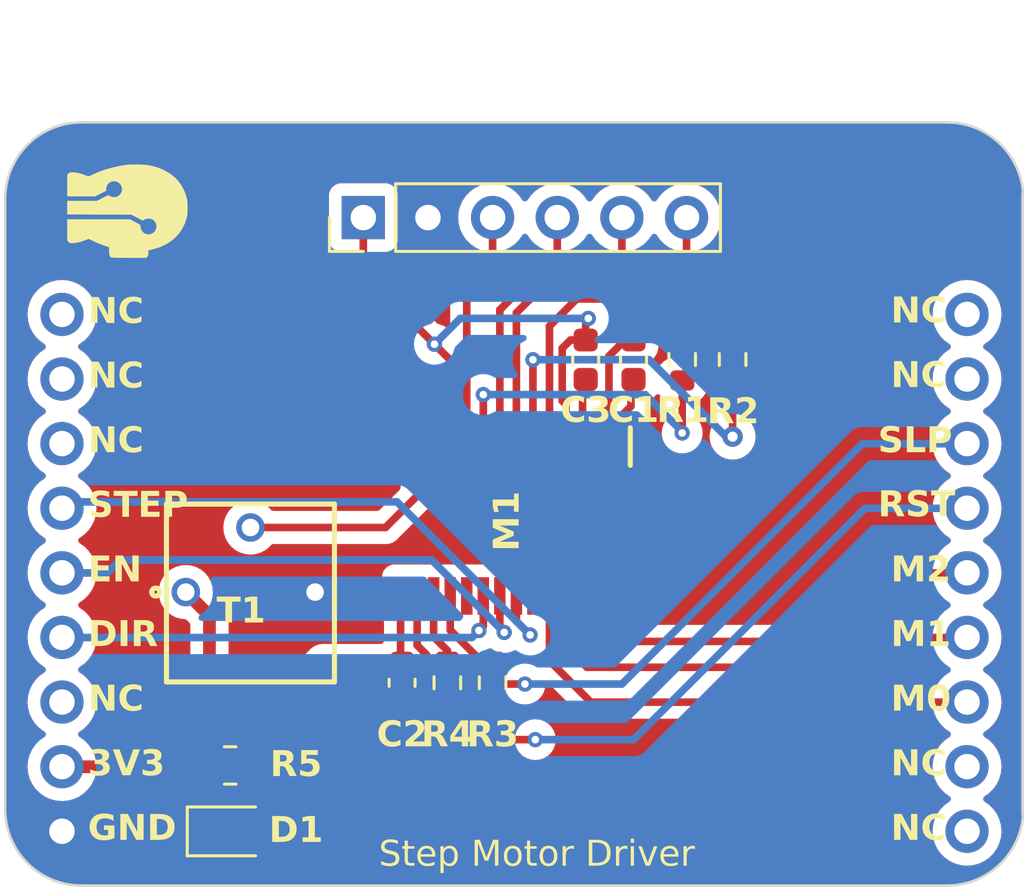
<source format=kicad_pcb>
(kicad_pcb (version 20240108) (generator "pcbnew") (generator_version "8.0")
  (layers (0 "F.Cu" signal) (31 "B.Cu" signal) (34 "B.Paste" user) (35 "F.Paste" user) (36 "B.SilkS" user "B.Silkscreen") (37 "F.SilkS" user "F.Silkscreen") (38 "B.Mask" user) (39 "F.Mask" user) (44 "Edge.Cuts" user))
  (net 0 "")
  (net 1 "Net-(M1-CP2)")
  (net 2 "Net-(M1-CP1)")
  (net 3 "+3V3")
  (net 4 "GND")
  (net 5 "Net-(M1-VCP)")
  (net 6 "VMM")
  (net 7 "Net-(D1-A)")
  (net 8 "B2")
  (net 9 "B1")
  (net 10 "A1")
  (net 11 "A2")
  (net 12 "ISA")
  (net 13 "ISB")
  (net 14 "Net-(M1-AVREF)")
  (net 15 "RST")
  (net 16 "SLP")
  (net 17 "Net-(M1-NFAULT)")
  (net 19 "DIR")
  (net 20 "EN")
  (net 21 "STEP")
  (net 23 "M0")
  (net 24 "M1")
  (net 25 "M2")
  (net 27 "FLT")
  (footprint "Capacitor_SMD:C_0603_1608Metric" (layer "F.Cu") (at 124.0536 86.5124 -90)
    (property "Reference" "C2" (at 2.0828 0 180) (layer "F.SilkS") (effects (font (thickness 0.15) (bold yes))))
    (property "Value" "C")
    (fp_line (start -0.14058 0.51) (end 0.14058 0.51) (stroke (width 0.12)) (layer "F.SilkS"))
    (fp_line (start -0.14058 -0.51) (end 0.14058 -0.51) (stroke (width 0.12)) (layer "F.SilkS"))
    (pad "1" smd roundrect (at -0.775 0 270) (size 0.9 0.95) (layers "F.Cu" "F.Paste" "F.Mask") (net 3 "+3V3"))
    (pad "2" smd roundrect (at 0.775 0 270) (size 0.9 0.95) (layers "F.Cu" "F.Paste" "F.Mask") (net 4 "GND"))
  )
  (footprint "DRV8825:SOP65P640X120-29N" (layer "F.Cu") (at 128.2192 80.1624 -90)
    (property "Reference" "M1" (at 0 0 90) (layer "F.SilkS") (effects (font (thickness 0.254) (bold yes))))
    (property "Value" "DRV8825PWP" (hide yes))
    (fp_line (start -3.675 -4.8) (end -2.2 -4.8) (stroke (width 0.2)) (layer "F.SilkS"))
    (pad "1" smd rect (at -2.938 -4.225) (size 0.45 1.475) (layers "F.Cu" "F.Paste" "F.Mask") (net 2 "Net-(M1-CP1)"))
    (pad "2" smd rect (at -2.938 -3.575) (size 0.45 1.475) (layers "F.Cu" "F.Paste" "F.Mask") (net 1 "Net-(M1-CP2)"))
    (pad "3" smd rect (at -2.938 -2.925) (size 0.45 1.475) (layers "F.Cu" "F.Paste" "F.Mask") (net 5 "Net-(M1-VCP)"))
    (pad "4" smd rect (at -2.938 -2.275) (size 0.45 1.475) (layers "F.Cu" "F.Paste" "F.Mask") (net 6 "VMM"))
    (pad "5" smd rect (at -2.938 -1.625) (size 0.45 1.475) (layers "F.Cu" "F.Paste" "F.Mask") (net 10 "A1"))
    (pad "6" smd rect (at -2.938 -0.975) (size 0.45 1.475) (layers "F.Cu" "F.Paste" "F.Mask") (net 12 "ISA"))
    (pad "7" smd rect (at -2.938 -0.325) (size 0.45 1.475) (layers "F.Cu" "F.Paste" "F.Mask") (net 11 "A2"))
    (pad "8" smd rect (at -2.938 0.325) (size 0.45 1.475) (layers "F.Cu" "F.Paste" "F.Mask") (net 8 "B2"))
    (pad "9" smd rect (at -2.938 0.975) (size 0.45 1.475) (layers "F.Cu" "F.Paste" "F.Mask") (net 13 "ISB"))
    (pad "10" smd rect (at -2.938 1.625) (size 0.45 1.475) (layers "F.Cu" "F.Paste" "F.Mask") (net 9 "B1"))
    (pad "11" smd rect (at -2.938 2.275) (size 0.45 1.475) (layers "F.Cu" "F.Paste" "F.Mask") (net 6 "VMM"))
    (pad "12" smd rect (at -2.938 2.925) (size 0.45 1.475) (layers "F.Cu" "F.Paste" "F.Mask") (net 14 "Net-(M1-AVREF)"))
    (pad "13" smd rect (at -2.938 3.575) (size 0.45 1.475) (layers "F.Cu" "F.Paste" "F.Mask") (net 14 "Net-(M1-AVREF)"))
    (pad "14" smd rect (at -2.938 4.225) (size 0.45 1.475) (layers "F.Cu" "F.Paste" "F.Mask") (net 4 "GND"))
    (pad "15" smd rect (at 2.938 4.225) (size 0.45 1.475) (layers "F.Cu" "F.Paste" "F.Mask") (net 3 "+3V3"))
    (pad "16" smd rect (at 2.938 3.575) (size 0.45 1.475) (layers "F.Cu" "F.Paste" "F.Mask") (net 15 "RST"))
    (pad "17" smd rect (at 2.938 2.925) (size 0.45 1.475) (layers "F.Cu" "F.Paste" "F.Mask") (net 16 "SLP"))
    (pad "18" smd rect (at 2.938 2.275) (size 0.45 1.475) (layers "F.Cu" "F.Paste" "F.Mask") (net 17 "Net-(M1-NFAULT)"))
    (pad "19" smd rect (at 2.938 1.625) (size 0.45 1.475) (layers "F.Cu" "F.Paste" "F.Mask"))
    (pad "20" smd rect (at 2.938 0.975) (size 0.45 1.475) (layers "F.Cu" "F.Paste" "F.Mask") (net 19 "DIR"))
    (pad "21" smd rect (at 2.938 0.325) (size 0.45 1.475) (layers "F.Cu" "F.Paste" "F.Mask") (net 20 "EN"))
    (pad "22" smd rect (at 2.938 -0.325) (size 0.45 1.475) (layers "F.Cu" "F.Paste" "F.Mask") (net 21 "STEP"))
    (pad "23" smd rect (at 2.938 -0.975) (size 0.45 1.475) (layers "F.Cu" "F.Paste" "F.Mask"))
    (pad "24" smd rect (at 2.938 -1.625) (size 0.45 1.475) (layers "F.Cu" "F.Paste" "F.Mask") (net 23 "M0"))
    (pad "25" smd rect (at 2.938 -2.275) (size 0.45 1.475) (layers "F.Cu" "F.Paste" "F.Mask") (net 24 "M1"))
    (pad "26" smd rect (at 2.938 -2.925) (size 0.45 1.475) (layers "F.Cu" "F.Paste" "F.Mask") (net 25 "M2"))
    (pad "27" smd rect (at 2.938 -3.575) (size 0.45 1.475) (layers "F.Cu" "F.Paste" "F.Mask"))
    (pad "28" smd rect (at 2.938 -4.225) (size 0.45 1.475) (layers "F.Cu" "F.Paste" "F.Mask") (net 4 "GND"))
    (pad "29" smd rect (at 0 0 270) (size 3.1 5.18) (layers "F.Cu" "F.Paste" "F.Mask") (net 4 "GND"))
  )
  (footprint "Resistor_SMD:R_0805_2012Metric" (layer "F.Cu") (at 117.2972 89.7636 180)
    (property "Reference" "R5" (at -2.5908 0 0) (layer "F.SilkS") (effects (font (thickness 0.15) (bold yes))))
    (property "Value" "0r")
    (fp_line (start -0.227064 0.735) (end 0.227064 0.735) (stroke (width 0.12)) (layer "F.SilkS"))
    (fp_line (start -0.227064 -0.735) (end 0.227064 -0.735) (stroke (width 0.12)) (layer "F.SilkS"))
    (pad "1" smd roundrect (at -0.9125 0 180) (size 1.025 1.4) (layers "F.Cu" "F.Paste" "F.Mask") (roundrect_rratio 0.243902) (net 7 "Net-(D1-A)"))
    (pad "2" smd roundrect (at 0.9125 0 180) (size 1.025 1.4) (layers "F.Cu" "F.Paste" "F.Mask") (roundrect_rratio 0.243902) (net 3 "+3V3"))
  )
  (footprint "memin:3362P_1" (layer "F.Cu") (at 118.0955 86.478)
    (property "Reference" "T1" (at -0.36821 -2.74963 0) (layer "F.SilkS") (effects (font (thickness 0.254) (bold yes))))
    (property "Value" "10k" (hide yes))
    (fp_line (start -3.3 -6.99) (end -3.3 0) (stroke (width 0.2)) (layer "F.SilkS"))
    (fp_line (start -3.3 0) (end 3.3 0) (stroke (width 0.2)) (layer "F.SilkS"))
    (fp_line (start 3.3 -6.99) (end -3.3 -6.99) (stroke (width 0.2)) (layer "F.SilkS"))
    (fp_line (start 3.3 0) (end 3.3 -6.99) (stroke (width 0.2)) (layer "F.SilkS"))
    (fp_circle (center -3.722 -3.532) (end -3.722 -3.475) (stroke (width 0.2)) (fill none) (layer "F.SilkS"))
    (pad "1" thru_hole circle (at -2.54 -3.53) (size 1.12 1.12) (drill 0.69) (layers "*.Cu" "*.Mask") (net 3 "+3V3"))
    (pad "2" thru_hole circle (at 0 -6.07) (size 1.12 1.12) (drill 0.69) (layers "*.Cu" "*.Mask") (net 14 "Net-(M1-AVREF)"))
    (pad "3" thru_hole circle (at 2.54 -3.53) (size 1.12 1.12) (drill 0.69) (layers "*.Cu" "*.Mask") (net 4 "GND"))
  )
  (footprint "Resistor_SMD:R_0603_1608Metric" (layer "F.Cu") (at 137.0394 73.8032 -90)
    (property "Reference" "R2" (at 2.092 -0.019 180) (layer "F.SilkS") (effects (font (thickness 0.15) (bold yes))))
    (property "Value" "0r")
    (fp_line (start -0.237258 0.5225) (end 0.237258 0.5225) (stroke (width 0.12)) (layer "F.SilkS"))
    (fp_line (start -0.237258 -0.5225) (end 0.237258 -0.5225) (stroke (width 0.12)) (layer "F.SilkS"))
    (pad "1" smd roundrect (at -0.825 0 270) (size 0.8 0.95) (layers "F.Cu" "F.Paste" "F.Mask") (net 4 "GND"))
    (pad "2" smd roundrect (at 0.825 0 270) (size 0.8 0.95) (layers "F.Cu" "F.Paste" "F.Mask") (net 12 "ISA"))
  )
  (footprint "Capacitor_SMD:C_0603_1608Metric" (layer "F.Cu") (at 133.1468 73.8124 -90)
    (property "Reference" "C1" (at 2.032 0 180) (layer "F.SilkS") (effects (font (thickness 0.15) (bold yes))))
    (property "Value" "10nF")
    (fp_line (start -0.14058 0.51) (end 0.14058 0.51) (stroke (width 0.12)) (layer "F.SilkS"))
    (fp_line (start -0.14058 -0.51) (end 0.14058 -0.51) (stroke (width 0.12)) (layer "F.SilkS"))
    (pad "1" smd roundrect (at -0.775 0 270) (size 0.9 0.95) (layers "F.Cu" "F.Paste" "F.Mask") (net 1 "Net-(M1-CP2)"))
    (pad "2" smd roundrect (at 0.775 0 270) (size 0.9 0.95) (layers "F.Cu" "F.Paste" "F.Mask") (net 2 "Net-(M1-CP1)"))
  )
  (footprint "Moduler_:pin_header" (layer "F.Cu") (at 128.216 82.698)
    (property "Reference" "U1" (hide yes))
    (property "Value" "~" (hide yes))
    (fp_poly (pts (xy -14.485582 -16.559009) (xy -14.360573 -16.554745) (xy -14.248636 -16.54798) (xy -14.157002 -16.538775) (xy -14.117924 -16.532703) (xy -13.929469 -16.491549) (xy -13.759531 -16.440533) (xy -13.595569 -16.375574) (xy -13.505604 -16.333511) (xy -13.302009 -16.218091) (xy -13.123321 -16.083397) (xy -12.969118 -15.928915) (xy -12.838978 -15.754131) (xy -12.73248 -15.558531) (xy -12.6492 -15.3416) (xy -12.625721 -15.261504) (xy -12.612959 -15.20932) (xy -12.603846 -15.156964) (xy -12.597806 -15.097579) (xy -12.594264 -15.024306) (xy -12.592645 -14.930288) (xy -12.59236 -14.863654) (xy -12.592671 -14.758539) (xy -12.594379 -14.67766) (xy -12.598173 -14.613669) (xy -12.604739 -14.559219) (xy -12.614766 -14.506962) (xy -12.628942 -14.449549) (xy -12.632287 -14.43698) (xy -12.705714 -14.221543) (xy -12.805363 -14.022972) (xy -12.930147 -13.842253) (xy -13.078978 -13.68037) (xy -13.250768 -13.538308) (xy -13.444431 -13.417053) (xy -13.658878 -13.317589) (xy -13.893022 -13.240901) (xy -13.975535 -13.220506) (xy -14.129547 -13.185381) (xy -14.129547 -13.083439) (xy -14.131087 -13.025365) (xy -14.138019 -12.987709) (xy -14.153807 -12.959356) (xy -14.17572 -12.935324) (xy -14.221893 -12.889151) (xy -14.898388 -12.889632) (xy -15.093554 -12.890179) (xy -15.257188 -12.891522) (xy -15.389336 -12.893662) (xy -15.490047 -12.896601) (xy -15.559371 -12.900339) (xy -15.597354 -12.904877) (xy -15.604006 -12.907041) (xy -15.639705 -12.944721) (xy -15.663541 -13.009816) (xy -15.675744 -13.103144) (xy -15.677582 -13.169023) (xy -15.677607 -13.307746) (xy -15.877323 -13.375342) (xy -15.973613 -13.410249) (xy -16.083694 -13.453796) (xy -16.193274 -13.500154) (xy -16.27912 -13.539209) (xy -16.481202 -13.63548) (xy -16.625058 -13.577237) (xy -16.814264 -13.51298) (xy -16.995657 -13.477073) (xy -17.112214 -13.468483) (xy -17.172568 -13.467793) (xy -17.210949 -13.471228) (xy -17.236949 -13.481681) (xy -17.260163 -13.502045) (xy -17.274123 -13.517292) (xy -17.320343 -13.568879) (xy -17.320343 -13.987224) (xy -17.320343 -14.405569) (xy -16.086926 -14.405569) (xy -14.85351 -14.405569) (xy -14.643801 -14.294889) (xy -14.56284 -14.251731) (xy -14.506066 -14.219928) (xy -14.469493 -14.196546) (xy -14.449134 -14.178651) (xy -14.441003 -14.163308) (xy -14.441111 -14.147581) (xy -14.441413 -14.14592) (xy -14.43976 -14.092795) (xy -14.421236 -14.027967) (xy -14.3904 -13.962942) (xy -14.35181 -13.909228) (xy -14.344762 -13.902005) (xy -14.296227 -13.865834) (xy -14.236644 -13.835404) (xy -14.214799 -13.827587) (xy -14.121045 -13.813694) (xy -14.033382 -13.827179) (xy -13.955509 -13.863953) (xy -13.891126 -13.919926) (xy -13.843932 -13.991011) (xy -13.817627 -14.073118) (xy -13.815911 -14.162158) (xy -13.838074 -14.243952) (xy -13.888707 -14.328311) (xy -13.95777 -14.389514) (xy -14.040589 -14.425955) (xy -14.132494 -14.436027) (xy -14.228811 -14.418125) (xy -14.281052 -14.396241) (xy -14.36193 -14.355321) (xy -14.581404 -14.471272) (xy -14.800878 -14.587224) (xy -16.06061 -14.591538) (xy -17.320343 -14.595853) (xy -17.320343 -14.86402) (xy -17.320343 -15.132186) (xy -16.736108 -15.132186) (xy -16.151873 -15.132186) (xy -15.92364 -15.25081) (xy -15.825628 -15.300328) (xy -15.752835 -15.333929) (xy -15.705794 -15.351385) (xy -15.685044 -15.352471) (xy -15.684533 -15.351839) (xy -15.664369 -15.334981) (xy -15.626413 -15.313259) (xy -15.608475 -15.304645) (xy -15.517344 -15.278515) (xy -15.42868 -15.280387) (xy -15.34665 -15.306716) (xy -15.27542 -15.353956) (xy -15.219157 -15.418565) (xy -15.182028 -15.496995) (xy -15.1682 -15.585704) (xy -15.178799 -15.670169) (xy -15.216089 -15.756834) (xy -15.2752 -15.826154) (xy -15.350432 -15.875231) (xy -15.436087 -15.901168) (xy -15.526465 -15.901066) (xy -15.594919 -15.881743) (xy -15.679764 -15.831605) (xy -15.7402 -15.761879) (xy -15.776844 -15.671686) (xy -15.787538 -15.6087) (xy -15.796027 -15.524455) (xy -16.008245 -15.415199) (xy -16.220463 -15.305942) (xy -16.770403 -15.305942) (xy -17.320343 -15.305942) (xy -17.320343 -15.73365) (xy -17.320343 -16.161358) (xy -17.27417 -16.207531) (xy -17.247441 -16.231634) (xy -17.221044 -16.24546) (xy -17.185152 -16.251797) (xy -17.129936 -16.253429) (xy -17.112261 -16.253429) (xy -16.965134 -16.242789) (xy -16.813828 -16.210492) (xy -16.650907 -16.15493) (xy -16.643254 -16.151886) (xy -16.580147 -16.127507) (xy -16.526736 -16.108472) (xy -16.490695 -16.097439) (xy -16.481152 -16.095743) (xy -16.459332 -16.102404) (xy -16.415439 -16.120594) (xy -16.35561 -16.147624) (xy -16.285983 -16.180807) (xy -16.277762 -16.184828) (xy -16.053998 -16.282606) (xy -15.80365 -16.369931) (xy -15.530295 -16.445763) (xy -15.237504 -16.509065) (xy -15.053614 -16.540657) (xy -14.971712 -16.549822) (xy -14.866727 -16.556178) (xy -14.74589 -16.559787) (xy -14.616431 -16.56071)) (fill solid) (layer "F.SilkS"))
    (fp_line (start -19.7562 -15.2144) (end -19.7562 8.7856) (stroke (width 0.1)) (layer "Edge.Cuts"))
    (fp_line (start -16.7562 11.7856) (end 17.2438 11.7856) (stroke (width 0.1)) (layer "Edge.Cuts"))
    (fp_line (start 17.2438 -18.2144) (end -16.7562 -18.2144) (stroke (width 0.1)) (layer "Edge.Cuts"))
    (fp_line (start 20.2438 8.7856) (end 20.2438 -15.2144) (stroke (width 0.1)) (layer "Edge.Cuts"))
    (fp_arc (start -19.7562 -15.2144) (mid -18.87752 -17.33572) (end -16.7562 -18.2144) (stroke (width 0.1)) (layer "Edge.Cuts"))
    (fp_arc (start -16.7562 11.7856) (mid -18.87752 10.90692) (end -19.7562 8.7856) (stroke (width 0.1)) (layer "Edge.Cuts"))
    (fp_arc (start 17.2438 -18.2144) (mid 19.36512 -17.33572) (end 20.2438 -15.2144) (stroke (width 0.1)) (layer "Edge.Cuts"))
    (fp_arc (start 20.2438 8.7856) (mid 19.36512 10.90692) (end 17.2438 11.7856) (stroke (width 0.1)) (layer "Edge.Cuts"))
    (fp_text user "STEP" (at -16.51 -2.54 0) (layer "F.SilkS") (effects (font (thickness 0.2) (bold yes)) (justify left bottom)))
    (fp_text user "M2" (at 15.04 0 0) (layer "F.SilkS") (effects (font (thickness 0.2) (bold yes)) (justify left bottom)))
    (fp_text user "NC" (at -16.51 5.08 0) (layer "F.SilkS") (effects (font (thickness 0.2) (bold yes)) (justify left bottom)))
    (fp_text user "EN" (at -16.51 0 0) (layer "F.SilkS") (effects (font (thickness 0.2) (bold yes)) (justify left bottom)))
    (fp_text user "Step Motor Driver" (at -5.08 11.176 0) (layer "F.SilkS") (effects (font (thickness 0.1)) (justify left bottom)))
    (fp_text user "M0" (at 15.04 5.08 0) (layer "F.SilkS") (effects (font (thickness 0.2) (bold yes)) (justify left bottom)))
    (fp_text user "NC" (at -16.51 -7.62 0) (layer "F.SilkS") (effects (font (thickness 0.2) (bold yes)) (justify left bottom)))
    (fp_text user "DIR" (at -16.51 2.54 0) (layer "F.SilkS") (effects (font (thickness 0.2) (bold yes)) (justify left bottom)))
    (fp_text user "RST" (at 14.532 -2.561 0) (layer "F.SilkS") (effects (font (thickness 0.2) (bold yes)) (justify left bottom)))
    (fp_text user "NC" (at 15.04 -7.641 0) (layer "F.SilkS") (effects (font (thickness 0.2) (bold yes)) (justify left bottom)))
    (fp_text user "3V3" (at -16.51 7.62 0) (layer "F.SilkS") (effects (font (thickness 0.2) (bold yes)) (justify left bottom)))
    (fp_text user "SLP" (at 14.532 -5.08 0) (layer "F.SilkS") (effects (font (thickness 0.2) (bold yes)) (justify left bottom)))
    (fp_text user "NC" (at -16.51 -5.08 0) (layer "F.SilkS") (effects (font (thickness 0.2) (bold yes)) (justify left bottom)))
    (fp_text user "NC" (at 15.04 -10.181 0) (layer "F.SilkS") (effects (font (thickness 0.2) (bold yes)) (justify left bottom)))
    (fp_text user "M1" (at 15.04 2.54 0) (layer "F.SilkS") (effects (font (thickness 0.2) (bold yes)) (justify left bottom)))
    (fp_text user "NC" (at 15.04 10.16 0) (layer "F.SilkS") (effects (font (thickness 0.2) (bold yes)) (justify left bottom)))
    (fp_text user "NC" (at 15.04 7.62 0) (layer "F.SilkS") (effects (font (thickness 0.2) (bold yes)) (justify left bottom)))
    (fp_text user "GND" (at -16.51 10.16 0) (layer "F.SilkS") (effects (font (thickness 0.2) (bold yes)) (justify left bottom)))
    (fp_text user "NC" (at -16.51 -10.16 0) (layer "F.SilkS") (effects (font (thickness 0.2) (bold yes)) (justify left bottom)))
    (pad "1" thru_hole oval (at -17.526 -10.668) (size 1.7 1.7) (drill 1) (layers "*.Cu" "*.Mask"))
    (pad "2" thru_hole oval (at -17.526 -8.128) (size 1.7 1.7) (drill 1) (layers "*.Cu" "*.Mask"))
    (pad "3" thru_hole oval (at -17.526 -5.588) (size 1.7 1.7) (drill 1) (layers "*.Cu" "*.Mask"))
    (pad "4" thru_hole oval (at -17.526 -3.048) (size 1.7 1.7) (drill 1) (layers "*.Cu" "*.Mask") (net 21 "STEP"))
    (pad "5" thru_hole oval (at -17.526 -0.508) (size 1.7 1.7) (drill 1) (layers "*.Cu" "*.Mask") (net 20 "EN"))
    (pad "6" thru_hole oval (at -17.526 2.032) (size 1.7 1.7) (drill 1) (layers "*.Cu" "*.Mask") (net 19 "DIR"))
    (pad "7" thru_hole oval (at -17.526 4.572) (size 1.7 1.7) (drill 1) (layers "*.Cu" "*.Mask"))
    (pad "8" thru_hole oval (at -17.526 7.112) (size 1.7 1.7) (drill 1) (layers "*.Cu" "*.Mask") (net 3 "+3V3"))
    (pad "9" thru_hole oval (at -17.526 9.652) (size 1.7 1.7) (drill 1) (layers "*.Cu" "*.Mask") (net 4 "GND"))
    (pad "10" thru_hole oval (at 18.034 9.652) (size 1.7 1.7) (drill 1) (layers "*.Cu" "*.Mask"))
    (pad "11" thru_hole oval (at 18.034 7.112) (size 1.7 1.7) (drill 1) (layers "*.Cu" "*.Mask"))
    (pad "12" thru_hole oval (at 18.034 4.572) (size 1.7 1.7) (drill 1) (layers "*.Cu" "*.Mask") (net 23 "M0"))
    (pad "13" thru_hole oval (at 18.034 2.032) (size 1.7 1.7) (drill 1) (layers "*.Cu" "*.Mask") (net 24 "M1"))
    (pad "14" thru_hole oval (at 18.034 -0.508) (size 1.7 1.7) (drill 1) (layers "*.Cu" "*.Mask") (net 25 "M2"))
    (pad "15" thru_hole oval (at 18.034 -3.048) (size 1.7 1.7) (drill 1) (layers "*.Cu" "*.Mask") (net 15 "RST"))
    (pad "16" thru_hole oval (at 18.034 -5.588) (size 1.7 1.7) (drill 1) (layers "*.Cu" "*.Mask") (net 16 "SLP"))
    (pad "17" thru_hole oval (at 18.034 -8.128) (size 1.7 1.7) (drill 1) (layers "*.Cu" "*.Mask"))
    (pad "18" thru_hole oval (at 18.034 -10.668) (size 1.7 1.7) (drill 1) (layers "*.Cu" "*.Mask"))
  )
  (footprint "Capacitor_SMD:C_0603_1608Metric" (layer "F.Cu") (at 131.2672 73.8124 90)
    (property "Reference" "C3" (at -2.032 0 180) (layer "F.SilkS") (effects (font (thickness 0.15) (bold yes))))
    (property "Value" "0.1uF")
    (fp_line (start -0.14058 -0.51) (end 0.14058 -0.51) (stroke (width 0.12)) (layer "F.SilkS"))
    (fp_line (start -0.14058 0.51) (end 0.14058 0.51) (stroke (width 0.12)) (layer "F.SilkS"))
    (pad "1" smd roundrect (at -0.775 0 90) (size 0.9 0.95) (layers "F.Cu" "F.Paste" "F.Mask") (net 5 "Net-(M1-VCP)"))
    (pad "2" smd roundrect (at 0.775 0 90) (size 0.9 0.95) (layers "F.Cu" "F.Paste" "F.Mask") (net 6 "VMM"))
  )
  (footprint "Resistor_SMD:R_0603_1608Metric" (layer "F.Cu") (at 127.6096 86.5124 90)
    (property "Reference" "R3" (at -2.0828 0 180) (layer "F.SilkS") (effects (font (thickness 0.15) (bold yes))))
    (property "Value" "1.5k")
    (fp_line (start -0.237258 -0.5225) (end 0.237258 -0.5225) (stroke (width 0.12)) (layer "F.SilkS"))
    (fp_line (start -0.237258 0.5225) (end 0.237258 0.5225) (stroke (width 0.12)) (layer "F.SilkS"))
    (pad "1" smd roundrect (at -0.825 0 90) (size 0.8 0.95) (layers "F.Cu" "F.Paste" "F.Mask") (net 27 "FLT"))
    (pad "2" smd roundrect (at 0.825 0 90) (size 0.8 0.95) (layers "F.Cu" "F.Paste" "F.Mask") (net 17 "Net-(M1-NFAULT)"))
  )
  (footprint "Connector_PinHeader_2.54mm:PinHeader_1x06_P2.54mm_Vertical" (layer "F.Cu") (at 122.5296 68.2244 90)
    (property "Reference" "J1" (hide yes))
    (property "Value" "Screw_Terminal_01x06")
    (fp_line (start -1.33 -1.33) (end 0 -1.33) (stroke (width 0.12)) (layer "F.SilkS"))
    (fp_line (start -1.33 0) (end -1.33 -1.33) (stroke (width 0.12)) (layer "F.SilkS"))
    (fp_line (start 1.33 1.27) (end 1.33 14.03) (stroke (width 0.12)) (layer "F.SilkS"))
    (fp_line (start -1.33 1.27) (end 1.33 1.27) (stroke (width 0.12)) (layer "F.SilkS"))
    (fp_line (start -1.33 1.27) (end -1.33 14.03) (stroke (width 0.12)) (layer "F.SilkS"))
    (fp_line (start -1.33 14.03) (end 1.33 14.03) (stroke (width 0.12)) (layer "F.SilkS"))
    (pad "1" thru_hole rect (at 0 0 90) (size 1.7 1.7) (drill 1) (layers "*.Cu" "*.Mask") (net 6 "VMM"))
    (pad "2" thru_hole oval (at 0 2.54 90) (size 1.7 1.7) (drill 1) (layers "*.Cu" "*.Mask") (net 4 "GND"))
    (pad "3" thru_hole oval (at 0 5.08 90) (size 1.7 1.7) (drill 1) (layers "*.Cu" "*.Mask") (net 9 "B1"))
    (pad "4" thru_hole oval (at 0 7.62 90) (size 1.7 1.7) (drill 1) (layers "*.Cu" "*.Mask") (net 8 "B2"))
    (pad "5" thru_hole oval (at 0 10.16 90) (size 1.7 1.7) (drill 1) (layers "*.Cu" "*.Mask") (net 11 "A2"))
    (pad "6" thru_hole oval (at 0 12.7 90) (size 1.7 1.7) (drill 1) (layers "*.Cu" "*.Mask") (net 10 "A1"))
  )
  (footprint "Resistor_SMD:R_0603_1608Metric" (layer "F.Cu") (at 125.8316 86.5124 -90)
    (property "Reference" "R4" (at 2.0828 0 180) (layer "F.SilkS") (effects (font (thickness 0.15) (bold yes))))
    (property "Value" "10K")
    (fp_line (start -0.237258 0.5225) (end 0.237258 0.5225) (stroke (width 0.12)) (layer "F.SilkS"))
    (fp_line (start -0.237258 -0.5225) (end 0.237258 -0.5225) (stroke (width 0.12)) (layer "F.SilkS"))
    (pad "1" smd roundrect (at -0.825 0 270) (size 0.8 0.95) (layers "F.Cu" "F.Paste" "F.Mask") (net 16 "SLP"))
    (pad "2" smd roundrect (at 0.825 0 270) (size 0.8 0.95) (layers "F.Cu" "F.Paste" "F.Mask") (net 27 "FLT"))
  )
  (footprint "LED_SMD:LED_0805_2012Metric" (layer "F.Cu") (at 117.2972 92.3544)
    (property "Reference" "D1" (at 2.5908 0 0) (layer "F.SilkS") (effects (font (thickness 0.15) (bold yes))))
    (property "Value" "LED")
    (fp_line (start -1.685 -0.96) (end -1.685 0.96) (stroke (width 0.12)) (layer "F.SilkS"))
    (fp_line (start -1.685 0.96) (end 1 0.96) (stroke (width 0.12)) (layer "F.SilkS"))
    (fp_line (start 1 -0.96) (end -1.685 -0.96) (stroke (width 0.12)) (layer "F.SilkS"))
    (pad "1" smd roundrect (at -0.9375 0) (size 0.975 1.4) (layers "F.Cu" "F.Paste" "F.Mask") (net 4 "GND"))
    (pad "2" smd roundrect (at 0.9375 0) (size 0.975 1.4) (layers "F.Cu" "F.Paste" "F.Mask") (net 7 "Net-(D1-A)"))
  )
  (footprint "Resistor_SMD:R_0603_1608Metric" (layer "F.Cu") (at 135.0582 73.8032 -90)
    (property "Reference" "R1" (at 2.0412 -0.019 180) (layer "F.SilkS") (effects (font (thickness 0.15) (bold yes))))
    (property "Value" "0r")
    (fp_line (start -0.237258 0.5225) (end 0.237258 0.5225) (stroke (width 0.12)) (layer "F.SilkS"))
    (fp_line (start -0.237258 -0.5225) (end 0.237258 -0.5225) (stroke (width 0.12)) (layer "F.SilkS"))
    (pad "1" smd roundrect (at -0.825 0 270) (size 0.8 0.95) (layers "F.Cu" "F.Paste" "F.Mask") (net 4 "GND"))
    (pad "2" smd roundrect (at 0.825 0 270) (size 0.8 0.95) (layers "F.Cu" "F.Paste" "F.Mask") (net 13 "ISB"))
  )
  (segment (start 131.826 75.9968) (end 131.826 77.1926) (width 0.3) (layer "F.Cu") (net 1))
  (segment (start 131.826 77.1926) (end 131.7942 77.2244) (width 0.3) (layer "F.Cu") (net 1))
  (segment (start 132.1816 73.6696) (end 132.1816 75.6412) (width 0.3) (layer "F.Cu") (net 1))
  (segment (start 132.1816 75.6412) (end 131.826 75.9968) (width 0.3) (layer "F.Cu") (net 1))
  (segment (start 132.823 73.0282) (end 132.1816 73.6696) (width 0.3) (layer "F.Cu") (net 1))
  (segment (start 132.4442 76.2422) (end 133.0452 75.6412) (width 0.3) (layer "F.Cu") (net 2))
  (segment (start 133.0452 74.5782) (end 132.823 74.5782) (width 0.3) (layer "F.Cu") (net 2))
  (segment (start 132.4442 77.2244) (end 132.4442 76.2422) (width 0.3) (layer "F.Cu") (net 2))
  (segment (start 133.0452 75.6412) (end 133.0452 74.5782) (width 0.3) (layer "F.Cu") (net 2))
  (segment (start 124.0536 85.7374) (end 123.9942 85.678) (width 0.3) (layer "F.Cu") (net 3))
  (segment (start 118.9228 87.7824) (end 116.4844 87.7824) (width 0.5) (layer "F.Cu") (net 3))
  (segment (start 123.9942 85.678) (end 123.9942 83.1004) (width 0.3) (layer "F.Cu") (net 3))
  (segment (start 116.4844 87.7824) (end 116.4844 83.8769) (width 0.5) (layer "F.Cu") (net 3))
  (segment (start 121.933 85.7374) (end 120.9678 85.7374) (width 0.5) (layer "F.Cu") (net 3))
  (segment (start 116.4214 89.8144) (end 116.4722 89.8652) (width 0.5) (layer "F.Cu") (net 3))
  (segment (start 116.4844 83.8769) (end 115.5555 82.948) (width 0.5) (layer "F.Cu") (net 3))
  (segment (start 120.9678 85.7374) (end 118.9228 87.7824) (width 0.5) (layer "F.Cu") (net 3))
  (segment (start 116.4844 89.853) (end 116.4844 87.7824) (width 0.5) (layer "F.Cu") (net 3))
  (segment (start 116.4722 89.8652) (end 116.4844 89.853) (width 0.5) (layer "F.Cu") (net 3))
  (segment (start 110.6424 89.8144) (end 116.4214 89.8144) (width 0.5) (layer "F.Cu") (net 3))
  (segment (start 124.0536 85.7374) (end 121.933 85.7374) (width 0.5) (layer "F.Cu") (net 3))
  (segment (start 123.9942 75.9038) (end 124.1552 75.7428) (width 0.3) (layer "F.Cu") (net 4))
  (segment (start 123.9942 77.2244) (end 123.9942 75.9038) (width 0.3) (layer "F.Cu") (net 4))
  (segment (start 131.1442 77.2244) (end 131.1442 74.7104) (width 0.3) (layer "F.Cu") (net 5))
  (segment (start 131.1442 74.7104) (end 131.1656 74.689) (width 0.3) (layer "F.Cu") (net 5))
  (segment (start 125.3236 73.2028) (end 122.5296 70.4088) (width 0.3) (layer "F.Cu") (net 6))
  (segment (start 130.6706 73.0374) (end 130.3442 73.3638) (width 0.3) (layer "F.Cu") (net 6))
  (segment (start 125.9442 77.2244) (end 125.9442 73.8234) (width 0.3) (layer "F.Cu") (net 6))
  (segment (start 130.3442 73.3638) (end 130.3442 75.4294) (width 0.3) (layer "F.Cu") (net 6))
  (segment (start 130.4942 75.5794) (end 130.4942 77.2244) (width 0.3) (layer "F.Cu") (net 6))
  (segment (start 122.5296 70.4088) (end 122.5296 68.2244) (width 0.3) (layer "F.Cu") (net 6))
  (segment (start 125.9442 73.8234) (end 125.4506 73.3298) (width 0.3) (layer "F.Cu") (net 6))
  (segment (start 131.2672 73.0374) (end 131.2672 72.2884) (width 0.3) (layer "F.Cu") (net 6))
  (segment (start 130.3442 75.4294) (end 130.4942 75.5794) (width 0.3) (layer "F.Cu") (net 6))
  (segment (start 125.4506 73.3298) (end 125.3236 73.2028) (width 0.3) (layer "F.Cu") (net 6))
  (segment (start 131.2672 72.2884) (end 131.3688 72.1868) (width 0.3) (layer "F.Cu") (net 6))
  (segment (start 131.2672 73.0374) (end 130.6706 73.0374) (width 0.3) (layer "F.Cu") (net 6))
  (via (at 131.3688 72.1868) (size 0.6) (drill 0.3) (layers "F.Cu" "B.Cu") (net 6))
  (via (at 125.3236 73.2028) (size 0.6) (drill 0.3) (layers "F.Cu" "B.Cu") (net 6))
  (segment (start 125.3236 73.2028) (end 126.3396 72.1868) (width 0.3) (layer "B.Cu") (net 6))
  (segment (start 126.3396 72.1868) (end 131.3688 72.1868) (width 0.3) (layer "B.Cu") (net 6))
  (segment (start 118.1222 92.2419) (end 118.2347 92.3544) (width 0.5) (layer "F.Cu") (net 7))
  (segment (start 118.1222 89.8652) (end 118.1222 92.2419) (width 0.5) (layer "F.Cu") (net 7))
  (segment (start 130.1496 69.596) (end 130.1496 68.2244) (width 0.3) (layer "F.Cu") (net 8))
  (segment (start 127.8942 71.8514) (end 130.1496 69.596) (width 0.3) (layer "F.Cu") (net 8))
  (segment (start 127.8942 77.2244) (end 127.8942 71.8514) (width 0.3) (layer "F.Cu") (net 8))
  (segment (start 127.6096 69.9516) (end 127.6096 68.2244) (width 0.3) (layer "F.Cu") (net 9))
  (segment (start 126.5942 77.2244) (end 126.5942 70.967) (width 0.3) (layer "F.Cu") (net 9))
  (segment (start 126.5942 70.967) (end 127.6096 69.9516) (width 0.3) (layer "F.Cu") (net 9))
  (segment (start 134.4168 71.4248) (end 135.2296 70.612) (width 0.3) (layer "F.Cu") (net 10))
  (segment (start 129.8442 72.4922) (end 130.9116 71.4248) (width 0.3) (layer "F.Cu") (net 10))
  (segment (start 130.9116 71.4248) (end 134.4168 71.4248) (width 0.3) (layer "F.Cu") (net 10))
  (segment (start 135.2296 70.612) (end 135.2296 68.2244) (width 0.3) (layer "F.Cu") (net 10))
  (segment (start 129.8442 77.2244) (end 129.8442 72.4922) (width 0.3) (layer "F.Cu") (net 10))
  (segment (start 128.5442 77.2244) (end 128.5442 71.967811) (width 0.3) (layer "F.Cu") (net 11))
  (segment (start 129.950811 70.5612) (end 131.826 70.5612) (width 0.3) (layer "F.Cu") (net 11))
  (segment (start 128.5442 71.967811) (end 129.950811 70.5612) (width 0.3) (layer "F.Cu") (net 11))
  (segment (start 132.6896 69.6976) (end 132.6896 68.2244) (width 0.3) (layer "F.Cu") (net 11))
  (segment (start 131.826 70.5612) (end 132.6896 69.6976) (width 0.3) (layer "F.Cu") (net 11))
  (segment (start 137.038837 75.711563) (end 137.0394 75.711) (width 0.3) (layer "F.Cu") (net 12))
  (segment (start 137.038837 76.837801) (end 137.038837 75.711563) (width 0.3) (layer "F.Cu") (net 12))
  (segment (start 129.1844 73.8217) (end 129.1937 73.8124) (width 0.3) (layer "F.Cu") (net 12))
  (segment (start 129.1942 77.2244) (end 129.1942 73.8129) (width 0.3) (layer "F.Cu") (net 12))
  (segment (start 129.1942 73.8129) (end 129.1937 73.8124) (width 0.3) (layer "F.Cu") (net 12))
  (segment (start 137.0394 75.711) (end 137.0394 74.6282) (width 0.3) (layer "F.Cu") (net 12))
  (via (at 137.038837 76.837801) (size 0.8) (drill 0.4) (layers "F.Cu" "B.Cu") (net 12))
  (via (at 129.1937 73.8124) (size 0.6) (drill 0.3) (layers "F.Cu" "B.Cu") (net 12))
  (segment (start 136.781801 76.837801) (end 133.7564 73.8124) (width 0.3) (layer "B.Cu") (net 12))
  (segment (start 133.7564 73.8124) (end 129.1937 73.8124) (width 0.3) (layer "B.Cu") (net 12))
  (segment (start 137.038837 76.837801) (end 136.781801 76.837801) (width 0.3) (layer "B.Cu") (net 12))
  (segment (start 135.057608 76.692934) (end 135.057608 75.711592) (width 0.3) (layer "F.Cu") (net 13))
  (segment (start 135.057608 75.711592) (end 135.0582 75.711) (width 0.3) (layer "F.Cu") (net 13))
  (segment (start 127.2442 77.2244) (end 127.2442 75.1845) (width 0.3) (layer "F.Cu") (net 13))
  (segment (start 127.2442 75.1845) (end 127.2447 75.184) (width 0.3) (layer "F.Cu") (net 13))
  (segment (start 135.0582 75.711) (end 135.0582 74.6282) (width 0.3) (layer "F.Cu") (net 13))
  (via (at 135.057608 76.692934) (size 0.6) (drill 0.3) (layers "F.Cu" "B.Cu") (net 13))
  (via (at 127.2447 75.184) (size 0.6) (drill 0.3) (layers "F.Cu" "B.Cu") (net 13))
  (segment (start 135.057608 76.692934) (end 135.057608 76.637608) (width 0.3) (layer "B.Cu") (net 13))
  (segment (start 133.604 75.184) (end 127.2447 75.184) (width 0.3) (layer "B.Cu") (net 13))
  (segment (start 135.057608 76.637608) (end 133.604 75.184) (width 0.3) (layer "B.Cu") (net 13))
  (segment (start 118.0955 80.408) (end 123.4016 80.408) (width 0.3) (layer "F.Cu") (net 14))
  (segment (start 124.6442 77.2244) (end 125.2942 77.2244) (width 0.3) (layer "F.Cu") (net 14))
  (segment (start 123.4016 80.408) (end 124.4854 79.3242) (width 0.3) (layer "F.Cu") (net 14))
  (segment (start 124.6442 77.2244) (end 124.6442 79.1654) (width 0.3) (layer "F.Cu") (net 14))
  (segment (start 125.2728 77.2458) (end 125.2942 77.2244) (width 0.3) (layer "F.Cu") (net 14))
  (segment (start 124.6442 79.1654) (end 124.4854 79.3242) (width 0.3) (layer "F.Cu") (net 14))
  (segment (start 129.286 88.7476) (end 125.988983 88.7476) (width 0.3) (layer "F.Cu") (net 15))
  (segment (start 125.0066 85.402227) (end 124.6442 85.039827) (width 0.3) (layer "F.Cu") (net 15))
  (segment (start 124.6442 85.039827) (end 124.6442 83.1004) (width 0.3) (layer "F.Cu") (net 15))
  (segment (start 125.0066 87.765217) (end 125.0066 85.402227) (width 0.3) (layer "F.Cu") (net 15))
  (segment (start 125.988983 88.7476) (end 125.0066 87.765217) (width 0.3) (layer "F.Cu") (net 15))
  (via (at 129.286 88.7476) (size 0.6) (drill 0.3) (layers "F.Cu" "B.Cu") (net 15))
  (segment (start 133.1468 88.7476) (end 142.24 79.6544) (width 0.3) (layer "B.Cu") (net 15))
  (segment (start 129.286 88.7476) (end 133.1468 88.7476) (width 0.3) (layer "B.Cu") (net 15))
  (segment (start 142.24 79.6544) (end 146.2024 79.6544) (width 0.3) (layer "B.Cu") (net 15))
  (segment (start 125.2942 83.1004) (end 125.2942 84.705) (width 0.3) (layer "F.Cu") (net 16))
  (segment (start 126.7074 86.5632) (end 128.8796 86.5632) (width 0.3) (layer "F.Cu") (net 16))
  (segment (start 125.2942 84.705) (end 125.8316 85.2424) (width 0.3) (layer "F.Cu") (net 16))
  (segment (start 125.8316 85.2424) (end 125.8316 85.6874) (width 0.3) (layer "F.Cu") (net 16))
  (segment (start 125.8316 85.6874) (end 126.7074 86.5632) (width 0.3) (layer "F.Cu") (net 16))
  (via (at 128.8796 86.5632) (size 0.6) (drill 0.3) (layers "F.Cu" "B.Cu") (net 16))
  (segment (start 128.8796 86.5632) (end 132.6896 86.5632) (width 0.3) (layer "B.Cu") (net 16))
  (segment (start 142.1384 77.1144) (end 146.2024 77.1144) (width 0.3) (layer "B.Cu") (net 16))
  (segment (start 132.6896 86.5632) (end 142.1384 77.1144) (width 0.3) (layer "B.Cu") (net 16))
  (segment (start 127.191 85.6874) (end 127.6096 85.6874) (width 0.3) (layer "F.Cu") (net 17))
  (segment (start 125.9442 84.4406) (end 127.191 85.6874) (width 0.3) (layer "F.Cu") (net 17))
  (segment (start 125.9442 83.1004) (end 125.9442 84.4406) (width 0.3) (layer "F.Cu") (net 17))
  (segment (start 127.2442 84.287) (end 127.072068 84.459132) (width 0.3) (layer "F.Cu") (net 19))
  (segment (start 127.2442 83.1004) (end 127.2442 84.287) (width 0.3) (layer "F.Cu") (net 19))
  (via (at 127.072068 84.459132) (size 0.6) (drill 0.3) (layers "F.Cu" "B.Cu") (net 19))
  (segment (start 126.7968 84.7344) (end 110.6424 84.7344) (width 0.3) (layer "B.Cu") (net 19))
  (segment (start 127.072068 84.459132) (end 126.7968 84.7344) (width 0.3) (layer "B.Cu") (net 19))
  (segment (start 127.8942 83.1004) (end 127.8942 84.362732) (width 0.3) (layer "F.Cu") (net 20))
  (segment (start 127.8942 84.362732) (end 128.064734 84.533266) (width 0.3) (layer "F.Cu") (net 20))
  (via (at 128.064734 84.533266) (size 0.6) (drill 0.3) (layers "F.Cu" "B.Cu") (net 20))
  (segment (start 128.064734 84.533266) (end 125.217868 81.6864) (width 0.3) (layer "B.Cu") (net 20))
  (segment (start 112.9792 81.6864) (end 112.4712 82.1944) (width 0.3) (layer "B.Cu") (net 20))
  (segment (start 125.217868 81.6864) (end 112.9792 81.6864) (width 0.3) (layer "B.Cu") (net 20))
  (segment (start 112.4712 82.1944) (end 110.6424 82.1944) (width 0.3) (layer "B.Cu") (net 20))
  (segment (start 128.5442 83.1004) (end 128.5442 84.0942) (width 0.3) (layer "F.Cu") (net 21))
  (segment (start 128.5442 84.0942) (end 129.0828 84.6328) (width 0.3) (layer "F.Cu") (net 21))
  (via (at 129.0828 84.6328) (size 0.6) (drill 0.3) (layers "F.Cu" "B.Cu") (net 21))
  (segment (start 123.8504 79.4004) (end 110.8964 79.4004) (width 0.3) (layer "B.Cu") (net 21))
  (segment (start 129.0828 84.6328) (end 123.8504 79.4004) (width 0.3) (layer "B.Cu") (net 21))
  (segment (start 110.8964 79.4004) (end 110.6424 79.6544) (width 0.3) (layer "B.Cu") (net 21))
  (segment (start 131.4704 87.2744) (end 146.2024 87.2744) (width 0.3) (layer "F.Cu") (net 23))
  (segment (start 129.8442 83.1004) (end 129.8442 85.6482) (width 0.3) (layer "F.Cu") (net 23))
  (segment (start 129.8442 85.6482) (end 131.4704 87.2744) (width 0.3) (layer "F.Cu") (net 23))
  (segment (start 141.4272 84.7344) (end 146.2024 84.7344) (width 0.3) (layer "F.Cu") (net 24))
  (segment (start 130.4942 83.1004) (end 130.4942 85.079) (width 0.3) (layer "F.Cu") (net 24))
  (segment (start 140.2588 85.9028) (end 141.4272 84.7344) (width 0.3) (layer "F.Cu") (net 24))
  (segment (start 131.318 85.9028) (end 140.2588 85.9028) (width 0.3) (layer "F.Cu") (net 24))
  (segment (start 130.4942 85.079) (end 131.318 85.9028) (width 0.3) (layer "F.Cu") (net 24))
  (segment (start 142.4432 82.1944) (end 146.2024 82.1944) (width 0.3) (layer "F.Cu") (net 25))
  (segment (start 131.1442 84.3574) (end 131.6736 84.8868) (width 0.3) (layer "F.Cu") (net 25))
  (segment (start 131.1442 83.1004) (end 131.1442 84.3574) (width 0.3) (layer "F.Cu") (net 25))
  (segment (start 131.6736 84.8868) (end 139.7508 84.8868) (width 0.3) (layer "F.Cu") (net 25))
  (segment (start 139.7508 84.8868) (end 142.4432 82.1944) (width 0.3) (layer "F.Cu") (net 25))
  (segment (start 125.8824 87.3374) (end 127.7112 87.3374) (width 0.3) (layer "F.Cu") (net 27))
  (zone (net 4) (net_name "GND") (layers "F&B.Cu") (connect_pads yes (clearance 0.5)) (min_thickness 0.25) (fill yes (thermal_gap 0.5) (thermal_bridge_width 0.5))
    (polygon (pts (xy 108.2548 64.4652) (xy 148.3868 64.4652) (xy 148.3868 94.5388) (xy 108.2548 94.5388)))
  )
)
</source>
